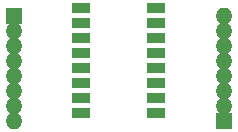
<source format=gbr>
G04 #@! TF.FileFunction,Soldermask,Top*
%FSLAX46Y46*%
G04 Gerber Fmt 4.6, Leading zero omitted, Abs format (unit mm)*
G04 Created by KiCad (PCBNEW 4.0.7) date 11/05/20 13:11:54*
%MOMM*%
%LPD*%
G01*
G04 APERTURE LIST*
%ADD10C,0.100000*%
%ADD11R,1.400000X1.400000*%
%ADD12O,1.400000X1.400000*%
%ADD13R,1.543000X0.908000*%
G04 APERTURE END LIST*
D10*
D11*
X148590000Y-102870000D03*
D12*
X148590000Y-104140000D03*
X148590000Y-105410000D03*
X148590000Y-106680000D03*
X148590000Y-107950000D03*
X148590000Y-109220000D03*
X148590000Y-110490000D03*
X148590000Y-111760000D03*
D11*
X166370000Y-111760000D03*
D12*
X166370000Y-110490000D03*
X166370000Y-109220000D03*
X166370000Y-107950000D03*
X166370000Y-106680000D03*
X166370000Y-105410000D03*
X166370000Y-104140000D03*
X166370000Y-102870000D03*
D13*
X160655000Y-102235000D03*
X160655000Y-104775000D03*
X160655000Y-106045000D03*
X160655000Y-107315000D03*
X160655000Y-108585000D03*
X160655000Y-109855000D03*
X160655000Y-111125000D03*
X154305000Y-111125000D03*
X154305000Y-109855000D03*
X154305000Y-108585000D03*
X154305000Y-107315000D03*
X154305000Y-106045000D03*
X154305000Y-104775000D03*
X154305000Y-103505000D03*
X154305000Y-102235000D03*
X160655000Y-103505000D03*
M02*

</source>
